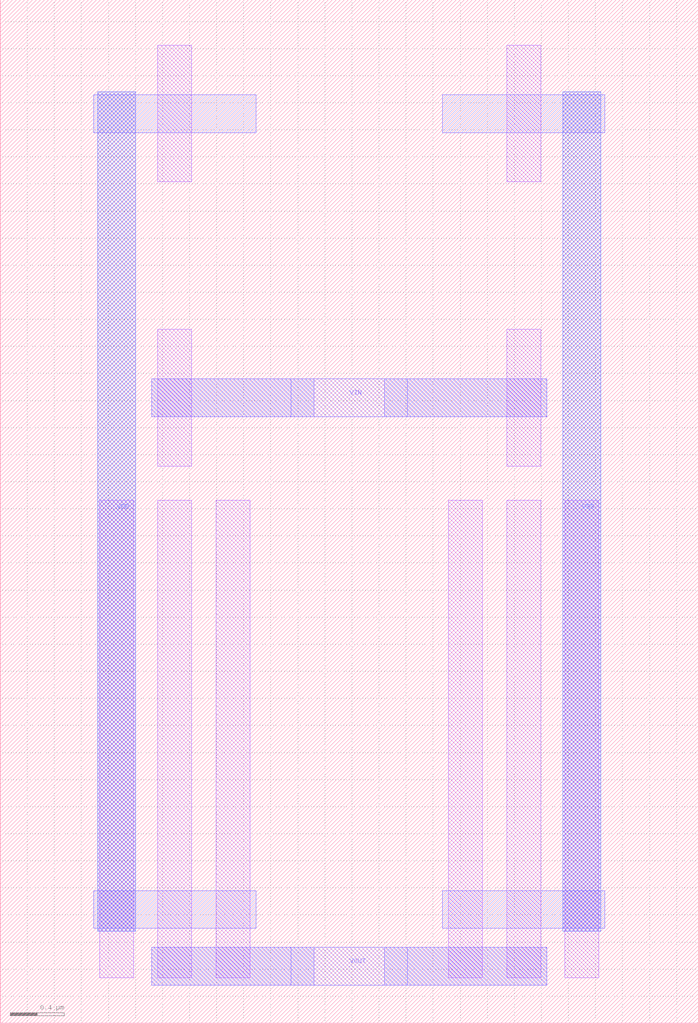
<source format=lef>
MACRO INV
  ORIGIN 0 0 ;
  FOREIGN INV 0 0 ;
  SIZE 5.16 BY 7.56 ;
  PIN VOUT
    DIRECTION INOUT ;
    USE SIGNAL ;
    PORT 
      LAYER M2 ;
        RECT 1.12 0.28 2.32 0.56 ;
      LAYER M2 ;
        RECT 2.84 0.28 4.04 0.56 ;
      LAYER M2 ;
        RECT 2.15 0.28 3.01 0.56 ;
    END
  END VOUT
  PIN VIN
    DIRECTION INOUT ;
    USE SIGNAL ;
    PORT 
      LAYER M2 ;
        RECT 1.12 4.48 2.32 4.76 ;
      LAYER M2 ;
        RECT 2.84 4.48 4.04 4.76 ;
      LAYER M2 ;
        RECT 2.15 4.48 3.01 4.76 ;
    END
  END VIN
  PIN VSS
    DIRECTION INOUT ;
    USE SIGNAL ;
    PORT 
      LAYER M3 ;
        RECT 4.16 0.68 4.44 6.88 ;
    END
  END VSS
  PIN VDD
    DIRECTION INOUT ;
    USE SIGNAL ;
    PORT 
      LAYER M3 ;
        RECT 0.72 0.68 1 6.88 ;
    END
  END VDD
  OBS 
  LAYER M1 ;
        RECT 3.745 0.335 3.995 3.865 ;
  LAYER M1 ;
        RECT 3.745 4.115 3.995 5.125 ;
  LAYER M1 ;
        RECT 3.745 6.215 3.995 7.225 ;
  LAYER M1 ;
        RECT 3.315 0.335 3.565 3.865 ;
  LAYER M1 ;
        RECT 4.175 0.335 4.425 3.865 ;
  LAYER M2 ;
        RECT 3.27 6.58 4.47 6.86 ;
  LAYER M2 ;
        RECT 3.27 0.7 4.47 0.98 ;
  LAYER M2 ;
        RECT 2.84 0.28 4.04 0.56 ;
  LAYER M2 ;
        RECT 2.84 4.48 4.04 4.76 ;
  LAYER M3 ;
        RECT 4.16 0.68 4.44 6.88 ;
  LAYER M1 ;
        RECT 1.165 0.335 1.415 3.865 ;
  LAYER M1 ;
        RECT 1.165 4.115 1.415 5.125 ;
  LAYER M1 ;
        RECT 1.165 6.215 1.415 7.225 ;
  LAYER M1 ;
        RECT 1.595 0.335 1.845 3.865 ;
  LAYER M1 ;
        RECT 0.735 0.335 0.985 3.865 ;
  LAYER M2 ;
        RECT 0.69 6.58 1.89 6.86 ;
  LAYER M2 ;
        RECT 0.69 0.7 1.89 0.98 ;
  LAYER M2 ;
        RECT 1.12 0.28 2.32 0.56 ;
  LAYER M2 ;
        RECT 1.12 4.48 2.32 4.76 ;
  LAYER M3 ;
        RECT 0.72 0.68 1 6.88 ;
  END 
END INV

</source>
